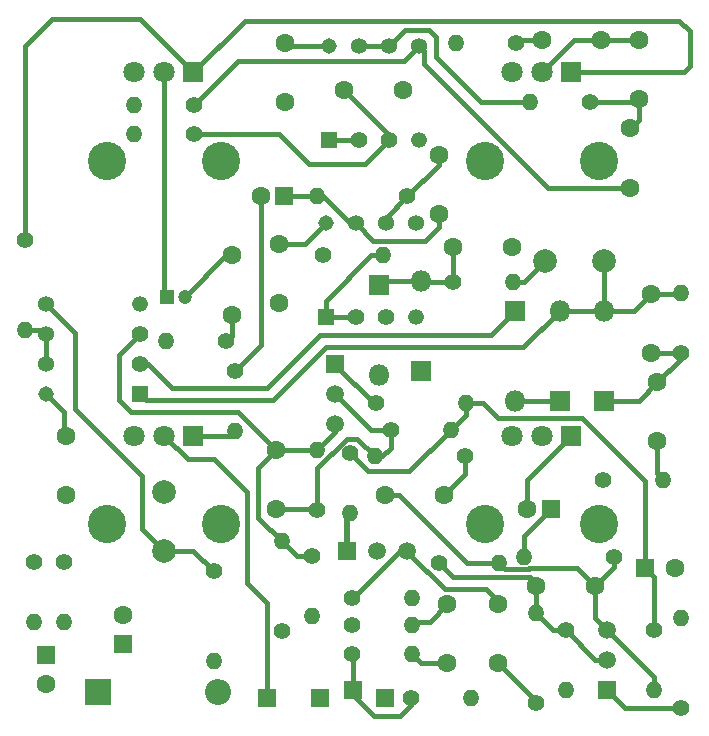
<source format=gbl>
%TF.GenerationSoftware,KiCad,Pcbnew,7.0.1*%
%TF.CreationDate,2023-06-03T22:26:13+02:00*%
%TF.ProjectId,SwedishChainsaw,53776564-6973-4684-9368-61696e736177,rev?*%
%TF.SameCoordinates,Original*%
%TF.FileFunction,Copper,L2,Bot*%
%TF.FilePolarity,Positive*%
%FSLAX46Y46*%
G04 Gerber Fmt 4.6, Leading zero omitted, Abs format (unit mm)*
G04 Created by KiCad (PCBNEW 7.0.1) date 2023-06-03 22:26:13*
%MOMM*%
%LPD*%
G01*
G04 APERTURE LIST*
G04 Aperture macros list*
%AMRoundRect*
0 Rectangle with rounded corners*
0 $1 Rounding radius*
0 $2 $3 $4 $5 $6 $7 $8 $9 X,Y pos of 4 corners*
0 Add a 4 corners polygon primitive as box body*
4,1,4,$2,$3,$4,$5,$6,$7,$8,$9,$2,$3,0*
0 Add four circle primitives for the rounded corners*
1,1,$1+$1,$2,$3*
1,1,$1+$1,$4,$5*
1,1,$1+$1,$6,$7*
1,1,$1+$1,$8,$9*
0 Add four rect primitives between the rounded corners*
20,1,$1+$1,$2,$3,$4,$5,0*
20,1,$1+$1,$4,$5,$6,$7,0*
20,1,$1+$1,$6,$7,$8,$9,0*
20,1,$1+$1,$8,$9,$2,$3,0*%
G04 Aperture macros list end*
%TA.AperFunction,ComponentPad*%
%ADD10R,1.325000X1.325000*%
%TD*%
%TA.AperFunction,ComponentPad*%
%ADD11C,1.390000*%
%TD*%
%TA.AperFunction,ComponentPad*%
%ADD12C,1.390034*%
%TD*%
%TA.AperFunction,ComponentPad*%
%ADD13C,1.340148*%
%TD*%
%TA.AperFunction,ComponentPad*%
%ADD14C,1.360000*%
%TD*%
%TA.AperFunction,ComponentPad*%
%ADD15C,1.360036*%
%TD*%
%TA.AperFunction,ComponentPad*%
%ADD16C,1.360588*%
%TD*%
%TA.AperFunction,ComponentPad*%
%ADD17C,1.310152*%
%TD*%
%TA.AperFunction,ComponentPad*%
%ADD18RoundRect,0.250000X-0.550000X-0.550000X0.550000X-0.550000X0.550000X0.550000X-0.550000X0.550000X0*%
%TD*%
%TA.AperFunction,ComponentPad*%
%ADD19C,3.240000*%
%TD*%
%TA.AperFunction,ComponentPad*%
%ADD20R,1.800000X1.800000*%
%TD*%
%TA.AperFunction,ComponentPad*%
%ADD21C,1.800000*%
%TD*%
%TA.AperFunction,ComponentPad*%
%ADD22C,1.400000*%
%TD*%
%TA.AperFunction,ComponentPad*%
%ADD23O,1.400000X1.400000*%
%TD*%
%TA.AperFunction,ComponentPad*%
%ADD24O,1.800000X1.800000*%
%TD*%
%TA.AperFunction,ComponentPad*%
%ADD25C,1.600000*%
%TD*%
%TA.AperFunction,ComponentPad*%
%ADD26R,1.500000X1.500000*%
%TD*%
%TA.AperFunction,ComponentPad*%
%ADD27C,1.500000*%
%TD*%
%TA.AperFunction,ComponentPad*%
%ADD28R,1.600000X1.600000*%
%TD*%
%TA.AperFunction,ComponentPad*%
%ADD29C,2.000000*%
%TD*%
%TA.AperFunction,ComponentPad*%
%ADD30R,1.200000X1.200000*%
%TD*%
%TA.AperFunction,ComponentPad*%
%ADD31C,1.200000*%
%TD*%
%TA.AperFunction,ComponentPad*%
%ADD32R,2.200000X2.200000*%
%TD*%
%TA.AperFunction,ComponentPad*%
%ADD33O,2.200000X2.200000*%
%TD*%
%TA.AperFunction,Conductor*%
%ADD34C,0.400000*%
%TD*%
%TA.AperFunction,Conductor*%
%ADD35C,0.500000*%
%TD*%
G04 APERTURE END LIST*
D10*
%TO.P,U2,1*%
%TO.N,Net-(U2A--)*%
X72937500Y-65712500D03*
D11*
%TO.P,U2,2,-*%
X75480000Y-65720000D03*
D12*
%TO.P,U2,3,+*%
%TO.N,Net-(U2A-+)*%
X78020000Y-65720000D03*
D13*
%TO.P,U2,4,V-*%
%TO.N,GND*%
X80560000Y-65720000D03*
D14*
%TO.P,U2,5,+*%
%TO.N,Net-(U2B-+)*%
X80560000Y-57780000D03*
D15*
%TO.P,U2,6,-*%
%TO.N,Net-(U2B--)*%
X78020000Y-57780000D03*
D16*
%TO.P,U2,7*%
X75480000Y-57780000D03*
D17*
%TO.P,U2,8,V+*%
%TO.N,Net-(U2C-V+)*%
X72940000Y-57780000D03*
%TD*%
D18*
%TO.P,Vin,1*%
%TO.N,/Vin*%
X72250000Y-113000000D03*
%TD*%
%TO.P,OUT,1*%
%TO.N,/out*%
X67720000Y-113000000D03*
%TD*%
D10*
%TO.P,U3,1*%
%TO.N,Net-(U3A--)*%
X72687500Y-80712500D03*
D11*
%TO.P,U3,2,-*%
X75230000Y-80720000D03*
D12*
%TO.P,U3,3,+*%
%TO.N,Net-(U3A-+)*%
X77770000Y-80720000D03*
D13*
%TO.P,U3,4,V-*%
%TO.N,GND*%
X80310000Y-80720000D03*
D14*
%TO.P,U3,5,+*%
%TO.N,Net-(U3B-+)*%
X80310000Y-72780000D03*
D15*
%TO.P,U3,6,-*%
%TO.N,Net-(U3B--)*%
X77770000Y-72780000D03*
D16*
%TO.P,U3,7*%
%TO.N,Net-(C21-Pad1)*%
X75230000Y-72780000D03*
D17*
%TO.P,U3,8,V+*%
%TO.N,Net-(U3C-V+)*%
X72690000Y-72780000D03*
%TD*%
D18*
%TO.P,GND,1*%
%TO.N,GND*%
X77750000Y-113000000D03*
%TD*%
D19*
%TO.P,RV3,*%
%TO.N,GND*%
X95800000Y-67500000D03*
X86200000Y-67500000D03*
D20*
%TO.P,RV3,1,1*%
%TO.N,Net-(U3B-+)*%
X93500000Y-60000000D03*
D21*
%TO.P,RV3,2,2*%
%TO.N,Net-(C17-Pad2)*%
X91000000Y-60000000D03*
%TO.P,RV3,3,3*%
%TO.N,Net-(U3B--)*%
X88500000Y-60000000D03*
%TD*%
D19*
%TO.P,RV4,*%
%TO.N,GND*%
X63800000Y-98250000D03*
X54200000Y-98250000D03*
D20*
%TO.P,RV4,1,1*%
%TO.N,Net-(R32-Pad2)*%
X61500000Y-90750000D03*
D21*
%TO.P,RV4,2,2*%
%TO.N,/out*%
X59000000Y-90750000D03*
%TO.P,RV4,3,3*%
%TO.N,GND*%
X56500000Y-90750000D03*
%TD*%
D10*
%TO.P,U1,1*%
%TO.N,Net-(D2-A)*%
X56962500Y-87252500D03*
D11*
%TO.P,U1,2,-*%
%TO.N,Net-(D2-K)*%
X56970000Y-84710000D03*
D12*
%TO.P,U1,3,+*%
%TO.N,Net-(Q3-C)*%
X56970000Y-82170000D03*
D13*
%TO.P,U1,4,V-*%
%TO.N,GND*%
X56970000Y-79630000D03*
D14*
%TO.P,U1,5,+*%
%TO.N,Net-(U1B-+)*%
X49030000Y-79630000D03*
D15*
%TO.P,U1,6,-*%
%TO.N,Net-(U1B--)*%
X49030000Y-82170000D03*
D16*
%TO.P,U1,7*%
X49030000Y-84710000D03*
D17*
%TO.P,U1,8,V+*%
%TO.N,Net-(U1C-V+)*%
X49030000Y-87250000D03*
%TD*%
D19*
%TO.P,RV1,*%
%TO.N,GND*%
X95800000Y-98250000D03*
X86200000Y-98250000D03*
D20*
%TO.P,RV1,1,1*%
%TO.N,Net-(C9-Pad2)*%
X93500000Y-90750000D03*
D21*
%TO.P,RV1,2,2*%
%TO.N,GND*%
X91000000Y-90750000D03*
%TO.P,RV1,3,3*%
%TO.N,Net-(R18-Pad1)*%
X88500000Y-90750000D03*
%TD*%
D18*
%TO.P,IN,1*%
%TO.N,/In*%
X75000000Y-112250000D03*
%TD*%
D19*
%TO.P,RV2,*%
%TO.N,GND*%
X63800000Y-67500000D03*
X54200000Y-67500000D03*
D20*
%TO.P,RV2,1,1*%
%TO.N,Net-(U3B-+)*%
X61500000Y-60000000D03*
D21*
%TO.P,RV2,2,2*%
%TO.N,Net-(C15-Pad1)*%
X59000000Y-60000000D03*
%TO.P,RV2,3,3*%
%TO.N,Net-(U3B--)*%
X56500000Y-60000000D03*
%TD*%
D22*
%TO.P,R25,1*%
%TO.N,Net-(C15-Pad2)*%
X72460000Y-75500000D03*
D23*
%TO.P,R25,2*%
%TO.N,Net-(U3A--)*%
X77540000Y-75500000D03*
%TD*%
D22*
%TO.P,R23,1*%
%TO.N,Net-(U1B-+)*%
X63250000Y-102250000D03*
D23*
%TO.P,R23,2*%
%TO.N,/+4.5V*%
X63250000Y-109870000D03*
%TD*%
D22*
%TO.P,R2,1*%
%TO.N,/+4.5V*%
X48000000Y-101460000D03*
D23*
%TO.P,R2,2*%
%TO.N,GND*%
X48000000Y-106540000D03*
%TD*%
D20*
%TO.P,D6,1,K*%
%TO.N,Net-(D5-A)*%
X77250000Y-78000000D03*
D24*
%TO.P,D6,2,A*%
%TO.N,GND*%
X77250000Y-85620000D03*
%TD*%
D22*
%TO.P,R10,1*%
%TO.N,Net-(Q2-B)*%
X82250000Y-101500000D03*
D23*
%TO.P,R10,2*%
%TO.N,Net-(Q2-C)*%
X87330000Y-101500000D03*
%TD*%
D22*
%TO.P,R22,1*%
%TO.N,Net-(D5-A)*%
X83460000Y-77750000D03*
D23*
%TO.P,R22,2*%
%TO.N,Net-(C12-Pad2)*%
X88540000Y-77750000D03*
%TD*%
D25*
%TO.P,C8,1*%
%TO.N,Net-(Q3-B)*%
X68500000Y-97000000D03*
%TO.P,C8,2*%
%TO.N,Net-(Q3-C)*%
X68500000Y-92000000D03*
%TD*%
%TO.P,C11,1*%
%TO.N,Net-(D2-K)*%
X100250000Y-83750000D03*
%TO.P,C11,2*%
%TO.N,Net-(D2-A)*%
X100250000Y-78750000D03*
%TD*%
D22*
%TO.P,R15,1*%
%TO.N,Net-(Q3-B)*%
X78210000Y-90250000D03*
D23*
%TO.P,R15,2*%
%TO.N,Net-(C7-Pad1)*%
X83290000Y-90250000D03*
%TD*%
D25*
%TO.P,C24,1*%
%TO.N,/9V*%
X69250000Y-62500000D03*
%TO.P,C24,2*%
%TO.N,Net-(U2C-V+)*%
X69250000Y-57500000D03*
%TD*%
D22*
%TO.P,R5,1*%
%TO.N,Net-(Q2-C)*%
X97120000Y-101000000D03*
D23*
%TO.P,R5,2*%
%TO.N,Net-(C9-Pad1)*%
X89500000Y-101000000D03*
%TD*%
D20*
%TO.P,D4,1,K*%
%TO.N,Net-(D2-K)*%
X88750000Y-80190000D03*
D24*
%TO.P,D4,2,A*%
%TO.N,Net-(D3-K)*%
X88750000Y-87810000D03*
%TD*%
D25*
%TO.P,C20,1*%
%TO.N,Net-(U2A-+)*%
X74250000Y-61500000D03*
%TO.P,C20,2*%
%TO.N,Net-(C19-Pad1)*%
X79250000Y-61500000D03*
%TD*%
D22*
%TO.P,R12,1*%
%TO.N,Net-(C7-Pad1)*%
X100500000Y-107210000D03*
D23*
%TO.P,R12,2*%
%TO.N,Net-(Q2-C)*%
X100500000Y-112290000D03*
%TD*%
D26*
%TO.P,Q1,1,D*%
%TO.N,/9V*%
X74460000Y-100500000D03*
D27*
%TO.P,Q1,2,G*%
%TO.N,Net-(Q1-G)*%
X77000000Y-100500000D03*
%TO.P,Q1,3,S*%
%TO.N,Net-(Q1-S)*%
X79540000Y-100500000D03*
%TD*%
D25*
%TO.P,C16,1*%
%TO.N,Net-(U3A-+)*%
X64750000Y-80500000D03*
%TO.P,C16,2*%
%TO.N,Net-(C15-Pad2)*%
X64750000Y-75500000D03*
%TD*%
D22*
%TO.P,R14,1*%
%TO.N,Net-(Q3-B)*%
X72000000Y-97040000D03*
D23*
%TO.P,R14,2*%
%TO.N,Net-(Q3-C)*%
X72000000Y-91960000D03*
%TD*%
D25*
%TO.P,C19,1*%
%TO.N,Net-(C19-Pad1)*%
X91000000Y-57250000D03*
%TO.P,C19,2*%
%TO.N,Net-(C17-Pad2)*%
X96000000Y-57250000D03*
%TD*%
D28*
%TO.P,C9,1*%
%TO.N,Net-(C9-Pad1)*%
X91750000Y-97000000D03*
D25*
%TO.P,C9,2*%
%TO.N,Net-(C9-Pad2)*%
X89750000Y-97000000D03*
%TD*%
%TO.P,C18,1*%
%TO.N,Net-(U2B-+)*%
X98500000Y-69750000D03*
%TO.P,C18,2*%
%TO.N,Net-(C17-Pad1)*%
X98500000Y-64750000D03*
%TD*%
D22*
%TO.P,R6,1*%
%TO.N,/+4.5V*%
X74960000Y-106750000D03*
D23*
%TO.P,R6,2*%
%TO.N,Net-(Q1-G)*%
X80040000Y-106750000D03*
%TD*%
D22*
%TO.P,R11,1*%
%TO.N,Net-(Q2-E)*%
X102750000Y-113810000D03*
D23*
%TO.P,R11,2*%
%TO.N,GND*%
X102750000Y-106190000D03*
%TD*%
D22*
%TO.P,R28,1*%
%TO.N,Net-(C17-Pad1)*%
X95040000Y-62500000D03*
D23*
%TO.P,R28,2*%
%TO.N,Net-(U2B--)*%
X89960000Y-62500000D03*
%TD*%
D28*
%TO.P,C22,1*%
%TO.N,Net-(C21-Pad1)*%
X69205113Y-70500000D03*
D25*
%TO.P,C22,2*%
%TO.N,Net-(C22-Pad2)*%
X67205113Y-70500000D03*
%TD*%
D28*
%TO.P,C2,1*%
%TO.N,/+4.5V*%
X49000000Y-109294888D03*
D25*
%TO.P,C2,2*%
%TO.N,GND*%
X49000000Y-111794888D03*
%TD*%
D22*
%TO.P,R21,1*%
%TO.N,Net-(D2-K)*%
X102750000Y-83790000D03*
D23*
%TO.P,R21,2*%
%TO.N,Net-(D2-A)*%
X102750000Y-78710000D03*
%TD*%
D22*
%TO.P,R30,1*%
%TO.N,Net-(C19-Pad1)*%
X88790000Y-57500000D03*
D23*
%TO.P,R30,2*%
%TO.N,Net-(U2A--)*%
X83710000Y-57500000D03*
%TD*%
D20*
%TO.P,D5,1,K*%
%TO.N,GND*%
X80750000Y-85310000D03*
D24*
%TO.P,D5,2,A*%
%TO.N,Net-(D5-A)*%
X80750000Y-77690000D03*
%TD*%
D25*
%TO.P,C25,1*%
%TO.N,/9V*%
X50750000Y-95750000D03*
%TO.P,C25,2*%
%TO.N,Net-(U1C-V+)*%
X50750000Y-90750000D03*
%TD*%
%TO.P,C4,1*%
%TO.N,Net-(Q1-S)*%
X87250000Y-105000000D03*
%TO.P,C4,2*%
%TO.N,Net-(C4-Pad2)*%
X87250000Y-110000000D03*
%TD*%
D22*
%TO.P,R29,1*%
%TO.N,Net-(U2A-+)*%
X61540000Y-65250000D03*
D23*
%TO.P,R29,2*%
%TO.N,/+4.5V*%
X56460000Y-65250000D03*
%TD*%
D22*
%TO.P,R32,1*%
%TO.N,Net-(C22-Pad2)*%
X65000000Y-85250000D03*
D23*
%TO.P,R32,2*%
%TO.N,Net-(R32-Pad2)*%
X65000000Y-90330000D03*
%TD*%
D22*
%TO.P,R7,1*%
%TO.N,Net-(Q1-S)*%
X74960000Y-104500000D03*
D23*
%TO.P,R7,2*%
%TO.N,GND*%
X80040000Y-104500000D03*
%TD*%
D25*
%TO.P,C6,1*%
%TO.N,Net-(Q2-C)*%
X77750000Y-95750000D03*
%TO.P,C6,2*%
%TO.N,Net-(C6-Pad2)*%
X82750000Y-95750000D03*
%TD*%
%TO.P,C17,1*%
%TO.N,Net-(C17-Pad1)*%
X99250000Y-62250000D03*
%TO.P,C17,2*%
%TO.N,Net-(C17-Pad2)*%
X99250000Y-57250000D03*
%TD*%
%TO.P,C5,1*%
%TO.N,Net-(Q2-B)*%
X90500000Y-103500000D03*
%TO.P,C5,2*%
%TO.N,Net-(Q2-C)*%
X95500000Y-103500000D03*
%TD*%
D22*
%TO.P,R17,1*%
%TO.N,Net-(C7-Pad1)*%
X74750000Y-92250000D03*
D23*
%TO.P,R17,2*%
%TO.N,/9V*%
X74750000Y-97330000D03*
%TD*%
D26*
%TO.P,Q3,1,E*%
%TO.N,Net-(Q3-E)*%
X73500000Y-84710000D03*
D27*
%TO.P,Q3,2,B*%
%TO.N,Net-(Q3-B)*%
X73500000Y-87250000D03*
%TO.P,Q3,3,C*%
%TO.N,Net-(Q3-C)*%
X73500000Y-89790000D03*
%TD*%
D22*
%TO.P,R31,1*%
%TO.N,Net-(U3B--)*%
X79560000Y-70500000D03*
D23*
%TO.P,R31,2*%
%TO.N,Net-(C21-Pad1)*%
X71940000Y-70500000D03*
%TD*%
D25*
%TO.P,C21,1*%
%TO.N,Net-(C21-Pad1)*%
X82250000Y-72000000D03*
%TO.P,C21,2*%
%TO.N,Net-(U3B--)*%
X82250000Y-67000000D03*
%TD*%
D22*
%TO.P,R27,1*%
%TO.N,Net-(U2B-+)*%
X61540000Y-62750000D03*
D23*
%TO.P,R27,2*%
%TO.N,/+4.5V*%
X56460000Y-62750000D03*
%TD*%
D20*
%TO.P,D3,1,K*%
%TO.N,Net-(D3-K)*%
X92500000Y-87810000D03*
D24*
%TO.P,D3,2,A*%
%TO.N,Net-(D2-A)*%
X92500000Y-80190000D03*
%TD*%
D22*
%TO.P,R24,1*%
%TO.N,Net-(U3B-+)*%
X47250000Y-74190000D03*
D23*
%TO.P,R24,2*%
%TO.N,Net-(U1B--)*%
X47250000Y-81810000D03*
%TD*%
D20*
%TO.P,D2,1,K*%
%TO.N,Net-(D2-K)*%
X96250000Y-87810000D03*
D24*
%TO.P,D2,2,A*%
%TO.N,Net-(D2-A)*%
X96250000Y-80190000D03*
%TD*%
D22*
%TO.P,R19,1*%
%TO.N,Net-(Q3-C)*%
X71500000Y-100960000D03*
D23*
%TO.P,R19,2*%
%TO.N,GND*%
X71500000Y-106040000D03*
%TD*%
D22*
%TO.P,R20,1*%
%TO.N,/9V*%
X69000000Y-107310000D03*
D23*
%TO.P,R20,2*%
%TO.N,Net-(Q3-C)*%
X69000000Y-99690000D03*
%TD*%
D25*
%TO.P,C13,1*%
%TO.N,GND*%
X88500000Y-74750000D03*
%TO.P,C13,2*%
%TO.N,Net-(D5-A)*%
X83500000Y-74750000D03*
%TD*%
D22*
%TO.P,R8,1*%
%TO.N,Net-(C4-Pad2)*%
X90500000Y-113370000D03*
D23*
%TO.P,R8,2*%
%TO.N,Net-(Q2-B)*%
X90500000Y-105750000D03*
%TD*%
D22*
%TO.P,R26,1*%
%TO.N,Net-(U3A-+)*%
X64290000Y-82750000D03*
D23*
%TO.P,R26,2*%
%TO.N,/+4.5V*%
X59210000Y-82750000D03*
%TD*%
D22*
%TO.P,R3,1*%
%TO.N,/In*%
X79960000Y-113000000D03*
D23*
%TO.P,R3,2*%
%TO.N,GND*%
X85040000Y-113000000D03*
%TD*%
D22*
%TO.P,R13,1*%
%TO.N,Net-(C6-Pad2)*%
X84500000Y-92500000D03*
D23*
%TO.P,R13,2*%
%TO.N,Net-(Q3-B)*%
X76880000Y-92500000D03*
%TD*%
D29*
%TO.P,C12,1*%
%TO.N,Net-(D2-A)*%
X96250000Y-76000000D03*
%TO.P,C12,2*%
%TO.N,Net-(C12-Pad2)*%
X91250000Y-76000000D03*
%TD*%
D25*
%TO.P,C23,1*%
%TO.N,/9V*%
X68750000Y-79500000D03*
%TO.P,C23,2*%
%TO.N,Net-(U3C-V+)*%
X68750000Y-74500000D03*
%TD*%
D28*
%TO.P,C7,1*%
%TO.N,Net-(C7-Pad1)*%
X99750000Y-102000000D03*
D25*
%TO.P,C7,2*%
%TO.N,GND*%
X102250000Y-102000000D03*
%TD*%
D30*
%TO.P,C15,1*%
%TO.N,Net-(C15-Pad1)*%
X59277401Y-79000000D03*
D31*
%TO.P,C15,2*%
%TO.N,Net-(C15-Pad2)*%
X60777401Y-79000000D03*
%TD*%
D22*
%TO.P,R9,1*%
%TO.N,Net-(Q2-B)*%
X93000000Y-107210000D03*
D23*
%TO.P,R9,2*%
%TO.N,GND*%
X93000000Y-112290000D03*
%TD*%
D26*
%TO.P,Q2,1,E*%
%TO.N,Net-(Q2-E)*%
X96500000Y-112250000D03*
D27*
%TO.P,Q2,2,B*%
%TO.N,Net-(Q2-B)*%
X96500000Y-109710000D03*
%TO.P,Q2,3,C*%
%TO.N,Net-(Q2-C)*%
X96500000Y-107170000D03*
%TD*%
D32*
%TO.P,D1,1,K*%
%TO.N,/9V*%
X53420000Y-112500000D03*
D33*
%TO.P,D1,2,A*%
%TO.N,/Vin*%
X63580000Y-112500000D03*
%TD*%
D25*
%TO.P,C10,1*%
%TO.N,Net-(C10-Pad1)*%
X100750000Y-91250000D03*
%TO.P,C10,2*%
%TO.N,Net-(D2-K)*%
X100750000Y-86250000D03*
%TD*%
D22*
%TO.P,R4,1*%
%TO.N,/In*%
X74960000Y-109250000D03*
D23*
%TO.P,R4,2*%
%TO.N,Net-(C3-Pad1)*%
X80040000Y-109250000D03*
%TD*%
D22*
%TO.P,R1,1*%
%TO.N,/9V*%
X50500000Y-101460000D03*
D23*
%TO.P,R1,2*%
%TO.N,/+4.5V*%
X50500000Y-106540000D03*
%TD*%
D28*
%TO.P,C1,1*%
%TO.N,/9V*%
X55500000Y-108432379D03*
D25*
%TO.P,C1,2*%
%TO.N,GND*%
X55500000Y-105932379D03*
%TD*%
D22*
%TO.P,R16,1*%
%TO.N,Net-(Q3-E)*%
X76940000Y-88000000D03*
D23*
%TO.P,R16,2*%
%TO.N,Net-(C7-Pad1)*%
X84560000Y-88000000D03*
%TD*%
D25*
%TO.P,C3,1*%
%TO.N,Net-(C3-Pad1)*%
X83000000Y-110000000D03*
%TO.P,C3,2*%
%TO.N,Net-(Q1-G)*%
X83000000Y-105000000D03*
%TD*%
D29*
%TO.P,C14,1*%
%TO.N,Net-(D5-A)*%
X59000000Y-95500000D03*
%TO.P,C14,2*%
%TO.N,Net-(U1B-+)*%
X59000000Y-100500000D03*
%TD*%
D22*
%TO.P,R18,1*%
%TO.N,Net-(R18-Pad1)*%
X96210000Y-94500000D03*
D23*
%TO.P,R18,2*%
%TO.N,Net-(C10-Pad1)*%
X101290000Y-94500000D03*
%TD*%
D34*
%TO.N,Net-(C3-Pad1)*%
X83000000Y-110000000D02*
X80790000Y-110000000D01*
X80790000Y-110000000D02*
X80040000Y-109250000D01*
%TO.N,Net-(Q1-G)*%
X81500000Y-106500000D02*
X83000000Y-105000000D01*
X80040000Y-106500000D02*
X81500000Y-106500000D01*
%TO.N,Net-(Q1-S)*%
X86250000Y-103750000D02*
X82790000Y-103750000D01*
X79790000Y-100250000D02*
X79250000Y-100250000D01*
X82790000Y-103750000D02*
X79790000Y-100750000D01*
X75000000Y-104500000D02*
X74960000Y-104500000D01*
X87250000Y-104750000D02*
X86250000Y-103750000D01*
X79250000Y-100250000D02*
X75000000Y-104500000D01*
X87250000Y-105000000D02*
X87250000Y-104750000D01*
%TO.N,Net-(C4-Pad2)*%
X90500000Y-113250000D02*
X90500000Y-113370000D01*
X87250000Y-110000000D02*
X90500000Y-113250000D01*
%TO.N,Net-(Q2-B)*%
X90000000Y-102750000D02*
X90500000Y-103250000D01*
X93000000Y-107210000D02*
X91960000Y-107210000D01*
X90500000Y-103500000D02*
X90500000Y-105750000D01*
X90500000Y-103250000D02*
X90500000Y-103500000D01*
X95500000Y-109710000D02*
X96500000Y-109710000D01*
X91960000Y-107210000D02*
X90500000Y-105750000D01*
X93000000Y-107210000D02*
X95500000Y-109710000D01*
X83500000Y-102750000D02*
X90000000Y-102750000D01*
X82250000Y-101500000D02*
X83500000Y-102750000D01*
%TO.N,Net-(Q2-C)*%
X89928356Y-102000000D02*
X94000000Y-102000000D01*
X100500000Y-112290000D02*
X100500000Y-111170000D01*
X89918356Y-102010000D02*
X89928356Y-102000000D01*
X100500000Y-111170000D02*
X96500000Y-107170000D01*
X87330000Y-101500000D02*
X87840000Y-102010000D01*
X95500000Y-103500000D02*
X95500000Y-106170000D01*
X84631370Y-101500000D02*
X87330000Y-101500000D01*
X78881370Y-95750000D02*
X84631370Y-101500000D01*
X94000000Y-102000000D02*
X95500000Y-103500000D01*
X97120000Y-101880000D02*
X95500000Y-103500000D01*
X77750000Y-95750000D02*
X78881370Y-95750000D01*
X87840000Y-102010000D02*
X89918356Y-102010000D01*
X95500000Y-106170000D02*
X96500000Y-107170000D01*
X97120000Y-101000000D02*
X97120000Y-101880000D01*
%TO.N,Net-(C6-Pad2)*%
X84500000Y-92500000D02*
X84500000Y-94000000D01*
X84500000Y-94000000D02*
X82750000Y-95750000D01*
%TO.N,Net-(C7-Pad1)*%
X84560000Y-88980000D02*
X83290000Y-90250000D01*
X84560000Y-88000000D02*
X86000000Y-88000000D01*
X100500000Y-107210000D02*
X100500000Y-102750000D01*
X79790000Y-93750000D02*
X83290000Y-90250000D01*
X74750000Y-92250000D02*
X76250000Y-93750000D01*
X99750000Y-94580000D02*
X99750000Y-102000000D01*
X76250000Y-93750000D02*
X79790000Y-93750000D01*
X84560000Y-88000000D02*
X84560000Y-88980000D01*
X94420000Y-89250000D02*
X99750000Y-94580000D01*
X86000000Y-88000000D02*
X87250000Y-89250000D01*
X100500000Y-102750000D02*
X99750000Y-102000000D01*
X87250000Y-89250000D02*
X94420000Y-89250000D01*
%TO.N,Net-(Q3-B)*%
X71960000Y-97000000D02*
X72000000Y-97040000D01*
X78210000Y-91790000D02*
X78210000Y-90250000D01*
X69250000Y-97000000D02*
X71960000Y-97000000D01*
X75380000Y-91000000D02*
X76880000Y-92500000D01*
X72000000Y-93500000D02*
X74500000Y-91000000D01*
X74500000Y-91000000D02*
X75380000Y-91000000D01*
X76880000Y-92500000D02*
X77500000Y-92500000D01*
X76500000Y-90250000D02*
X78210000Y-90250000D01*
X73500000Y-87250000D02*
X76500000Y-90250000D01*
X77500000Y-92500000D02*
X78210000Y-91790000D01*
X72000000Y-97040000D02*
X72000000Y-93500000D01*
%TO.N,Net-(Q3-C)*%
X56180000Y-88750000D02*
X65250000Y-88750000D01*
X70270000Y-100960000D02*
X69000000Y-99690000D01*
X67000000Y-93500000D02*
X67000000Y-97690000D01*
X65250000Y-88750000D02*
X68500000Y-92000000D01*
X56970000Y-82170000D02*
X55200000Y-83940000D01*
X68500000Y-92000000D02*
X67000000Y-93500000D01*
X73500000Y-89790000D02*
X73500000Y-90460000D01*
X68500000Y-92000000D02*
X71960000Y-92000000D01*
X55200000Y-83940000D02*
X55200000Y-87770000D01*
X73500000Y-90460000D02*
X72000000Y-91960000D01*
X55200000Y-87770000D02*
X56180000Y-88750000D01*
X71960000Y-92000000D02*
X72000000Y-91960000D01*
X71500000Y-100960000D02*
X70270000Y-100960000D01*
X67000000Y-97690000D02*
X69000000Y-99690000D01*
%TO.N,Net-(C9-Pad1)*%
X89500000Y-101000000D02*
X89500000Y-99250000D01*
X89500000Y-99250000D02*
X91750000Y-97000000D01*
%TO.N,Net-(C9-Pad2)*%
X89750000Y-94500000D02*
X93500000Y-90750000D01*
X89750000Y-97000000D02*
X89750000Y-94500000D01*
%TO.N,Net-(C10-Pad1)*%
X100750000Y-91250000D02*
X100750000Y-93960000D01*
X100750000Y-93960000D02*
X101290000Y-94500000D01*
%TO.N,Net-(D2-A)*%
X102710000Y-78750000D02*
X102750000Y-78710000D01*
X100250000Y-78750000D02*
X102710000Y-78750000D01*
X96250000Y-80190000D02*
X98810000Y-80190000D01*
X56970000Y-87250000D02*
X57470000Y-87750000D01*
X92500000Y-80190000D02*
X96250000Y-80190000D01*
X89440000Y-83250000D02*
X92500000Y-80190000D01*
X68250000Y-87750000D02*
X72750000Y-83250000D01*
X57470000Y-87750000D02*
X68250000Y-87750000D01*
X72750000Y-83250000D02*
X89440000Y-83250000D01*
X96250000Y-76000000D02*
X96250000Y-80190000D01*
X98810000Y-80190000D02*
X100250000Y-78750000D01*
%TO.N,Net-(D2-K)*%
X57621248Y-84710000D02*
X59661248Y-86750000D01*
X67750000Y-86750000D02*
X72250000Y-82250000D01*
X102710000Y-83750000D02*
X102750000Y-83790000D01*
X96250000Y-87810000D02*
X99190000Y-87810000D01*
X72250000Y-82250000D02*
X86690000Y-82250000D01*
X56970000Y-84710000D02*
X57621248Y-84710000D01*
X99190000Y-87810000D02*
X100750000Y-86250000D01*
X102750000Y-83790000D02*
X102750000Y-84250000D01*
X59661248Y-86750000D02*
X67750000Y-86750000D01*
X102750000Y-84250000D02*
X100750000Y-86250000D01*
X100250000Y-83750000D02*
X102710000Y-83750000D01*
X86690000Y-82250000D02*
X88750000Y-80190000D01*
%TO.N,Net-(C12-Pad2)*%
X89500000Y-77750000D02*
X91250000Y-76000000D01*
X88540000Y-77750000D02*
X89500000Y-77750000D01*
%TO.N,Net-(D5-A)*%
X80560000Y-77750000D02*
X83460000Y-77750000D01*
X83500000Y-77710000D02*
X83460000Y-77750000D01*
X83500000Y-74750000D02*
X83500000Y-77710000D01*
X77250000Y-77690000D02*
X80500000Y-77690000D01*
X80500000Y-77690000D02*
X80560000Y-77750000D01*
%TO.N,Net-(U1B-+)*%
X51500000Y-88500000D02*
X51500000Y-82100000D01*
X59000000Y-100500000D02*
X57150000Y-98650000D01*
X63250000Y-102250000D02*
X61500000Y-100500000D01*
X57150000Y-98650000D02*
X57150000Y-94150000D01*
X51500000Y-82100000D02*
X49030000Y-79630000D01*
X61500000Y-100500000D02*
X59000000Y-100500000D01*
X57150000Y-94150000D02*
X51500000Y-88500000D01*
%TO.N,Net-(C15-Pad1)*%
X59000000Y-60000000D02*
X59000000Y-78722599D01*
X59000000Y-78722599D02*
X59277401Y-79000000D01*
%TO.N,Net-(C15-Pad2)*%
X64277401Y-75500000D02*
X64750000Y-75500000D01*
X60777401Y-79000000D02*
X64277401Y-75500000D01*
%TO.N,Net-(U3A-+)*%
X64750000Y-80500000D02*
X64750000Y-82290000D01*
X64750000Y-82290000D02*
X64290000Y-82750000D01*
%TO.N,Net-(C17-Pad1)*%
X99000000Y-62500000D02*
X99250000Y-62250000D01*
X95040000Y-62500000D02*
X99000000Y-62500000D01*
X98500000Y-64750000D02*
X99250000Y-64000000D01*
X99250000Y-64000000D02*
X99250000Y-62250000D01*
%TO.N,Net-(C17-Pad2)*%
X91000000Y-60000000D02*
X93750000Y-57250000D01*
X96000000Y-57250000D02*
X99250000Y-57250000D01*
X93750000Y-57250000D02*
X96000000Y-57250000D01*
%TO.N,Net-(U2B-+)*%
X98500000Y-69750000D02*
X91500000Y-69750000D01*
X91500000Y-69750000D02*
X81000000Y-59250000D01*
X61540000Y-62750000D02*
X65290000Y-59000000D01*
X65290000Y-59000000D02*
X79340000Y-59000000D01*
X81000000Y-58220000D02*
X80560000Y-57780000D01*
X79340000Y-59000000D02*
X80560000Y-57780000D01*
X81000000Y-59250000D02*
X81000000Y-58220000D01*
%TO.N,Net-(C19-Pad1)*%
X91000000Y-57250000D02*
X89040000Y-57250000D01*
X89040000Y-57250000D02*
X88790000Y-57500000D01*
%TO.N,Net-(U2A-+)*%
X68750000Y-65250000D02*
X71250000Y-67750000D01*
X61540000Y-65250000D02*
X68750000Y-65250000D01*
X71250000Y-67750000D02*
X75990000Y-67750000D01*
X78020000Y-65270000D02*
X78020000Y-65720000D01*
X74250000Y-61500000D02*
X78020000Y-65270000D01*
X75990000Y-67750000D02*
X78020000Y-65720000D01*
%TO.N,Net-(C21-Pad1)*%
X74780000Y-72780000D02*
X72500000Y-70500000D01*
X69205113Y-70500000D02*
X71940000Y-70500000D01*
X72500000Y-70500000D02*
X71940000Y-70500000D01*
X82250000Y-72000000D02*
X82250000Y-73131370D01*
X81131370Y-74250000D02*
X76700000Y-74250000D01*
X82250000Y-73131370D02*
X81131370Y-74250000D01*
X75230000Y-72780000D02*
X74780000Y-72780000D01*
X76700000Y-74250000D02*
X75230000Y-72780000D01*
%TO.N,Net-(U3B--)*%
X82250000Y-67810000D02*
X82250000Y-67000000D01*
X77770000Y-72780000D02*
X77770000Y-72290000D01*
X77770000Y-72290000D02*
X79560000Y-70500000D01*
X79560000Y-70500000D02*
X82250000Y-67810000D01*
%TO.N,Net-(C22-Pad2)*%
X65000000Y-85250000D02*
X67205113Y-83044887D01*
X67205113Y-83044887D02*
X67205113Y-70500000D01*
%TO.N,Net-(D3-K)*%
X88750000Y-87810000D02*
X92500000Y-87810000D01*
%TO.N,Net-(Q2-E)*%
X98060000Y-113810000D02*
X96500000Y-112250000D01*
X102750000Y-113810000D02*
X98060000Y-113810000D01*
%TO.N,Net-(Q3-E)*%
X76750000Y-88000000D02*
X73500000Y-84750000D01*
X73500000Y-84750000D02*
X73500000Y-84710000D01*
X76940000Y-88000000D02*
X76750000Y-88000000D01*
%TO.N,/In*%
X75000000Y-112750000D02*
X76750000Y-114500000D01*
X79000000Y-114500000D02*
X79960000Y-113540000D01*
X76750000Y-114500000D02*
X79000000Y-114500000D01*
X75000000Y-112250000D02*
X75000000Y-109040000D01*
X75000000Y-112250000D02*
X75000000Y-112750000D01*
X79960000Y-113540000D02*
X79960000Y-113000000D01*
%TO.N,Net-(U3B-+)*%
X103500000Y-56500000D02*
X103500000Y-59500000D01*
X65880000Y-55620000D02*
X102620000Y-55620000D01*
X102620000Y-55620000D02*
X103500000Y-56500000D01*
X47250000Y-57750000D02*
X49500000Y-55500000D01*
X103500000Y-59500000D02*
X103000000Y-60000000D01*
X61500000Y-60000000D02*
X65880000Y-55620000D01*
X57000000Y-55500000D02*
X61500000Y-60000000D01*
X47250000Y-74190000D02*
X47250000Y-57750000D01*
X49500000Y-55500000D02*
X57000000Y-55500000D01*
X103000000Y-60000000D02*
X93500000Y-60000000D01*
%TO.N,Net-(U1B--)*%
X48670000Y-81810000D02*
X49030000Y-82170000D01*
X47250000Y-81810000D02*
X48670000Y-81810000D01*
X49030000Y-84710000D02*
X49030000Y-82170000D01*
%TO.N,Net-(U3A--)*%
X77540000Y-75500000D02*
X76550051Y-75500000D01*
X76550051Y-75500000D02*
X72690000Y-79360051D01*
X75230000Y-80720000D02*
X72690000Y-80720000D01*
X72690000Y-79360051D02*
X72690000Y-80720000D01*
%TO.N,Net-(U2B--)*%
X82000000Y-58672876D02*
X82000000Y-57000000D01*
X78020000Y-57780000D02*
X75480000Y-57780000D01*
X82000000Y-57000000D02*
X81420000Y-56420000D01*
X81420000Y-56420000D02*
X79380000Y-56420000D01*
X79380000Y-56420000D02*
X78020000Y-57780000D01*
X85827124Y-62500000D02*
X82000000Y-58672876D01*
X89960000Y-62500000D02*
X85827124Y-62500000D01*
%TO.N,Net-(U2A--)*%
X75480000Y-65720000D02*
X72940000Y-65720000D01*
%TO.N,Net-(R32-Pad2)*%
X61500000Y-90750000D02*
X64580000Y-90750000D01*
X64580000Y-90750000D02*
X65000000Y-90330000D01*
%TO.N,/out*%
X63250000Y-92750000D02*
X66000000Y-95500000D01*
X66000000Y-95500000D02*
X66000000Y-103200000D01*
X67720000Y-104920000D02*
X67720000Y-113200000D01*
X59000000Y-90750000D02*
X61000000Y-92750000D01*
X61000000Y-92750000D02*
X63250000Y-92750000D01*
X66000000Y-103200000D02*
X67720000Y-104920000D01*
D35*
%TO.N,/9V*%
X74750000Y-97330000D02*
X74500000Y-97580000D01*
X74500000Y-99790000D02*
X74710000Y-100000000D01*
X74500000Y-97580000D02*
X74500000Y-99790000D01*
D34*
%TO.N,Net-(U3C-V+)*%
X68750000Y-74500000D02*
X70970000Y-74500000D01*
X70970000Y-74500000D02*
X72690000Y-72780000D01*
%TO.N,Net-(U2C-V+)*%
X69530000Y-57780000D02*
X69250000Y-57500000D01*
X72940000Y-57780000D02*
X69530000Y-57780000D01*
%TO.N,Net-(U1C-V+)*%
X50500000Y-88720000D02*
X50500000Y-90500000D01*
X50500000Y-90500000D02*
X50750000Y-90750000D01*
X49030000Y-87250000D02*
X50500000Y-88720000D01*
%TD*%
M02*

</source>
